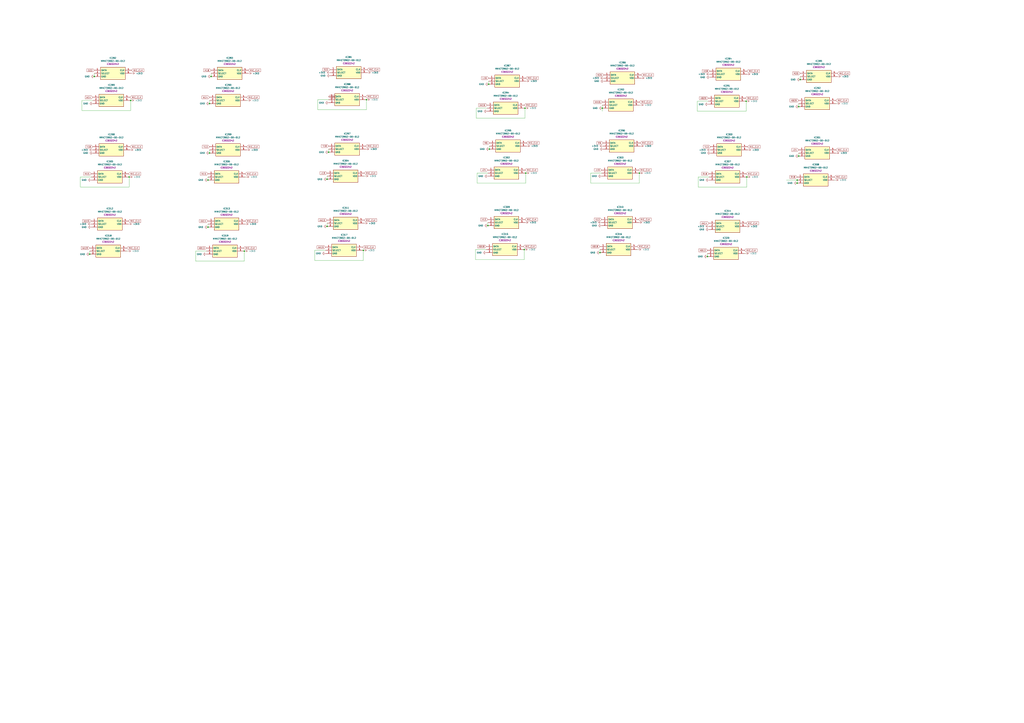
<source format=kicad_sch>
(kicad_sch (version 20231120) (generator "eeschema") (generator_version "8.0")
  (paper "A1")
  (junction (at 172.085 85.09))
  (junction (at 268.605 186.055))
  (junction (at 107.315 82.55))
  (junction (at 655.955 87.63))
  (junction (at 492.76 207.645))
  (junction (at 170.815 147.955))
  (junction (at 654.685 147.955))
  (junction (at 657.225 65.405))
  (junction (at 298.45 205.74))
  (junction (at 268.605 147.32))
  (junction (at 173.355 62.865))
  (junction (at 613.41 145.415))
  (junction (at 401.955 122.555))
  (junction (at 269.875 125.095))
  (junction (at 106.045 145.415))
  (junction (at 77.47 62.865))
  (junction (at 400.685 185.42))
  (junction (at 494.665 88.9))
  (junction (at 431.8 142.24))
  (junction (at 300.99 81.915))
  (junction (at 431.165 88.9))
  (junction (at 200.66 206.375))
  (junction (at 430.53 205.105))
  (junction (at 401.32 69.215))
  (junction (at 612.775 83.185))
  (junction (at 172.085 125.73))
  (junction (at 170.815 186.69))
  (junction (at 655.955 128.27))
  (junction (at 654.685 150.495))
  (junction (at 73.66 208.915))
  (junction (at 581.025 210.82))
  (junction (at 525.145 142.24))
  (wire (pts (xy 106.68 82.55) (xy 107.315 82.55)))
  (wire (pts (xy 401.32 66.675) (xy 401.32 69.215)))
  (wire (pts (xy 655.955 85.09) (xy 655.955 87.63)))
  (wire (pts (xy 611.505 208.28) (xy 612.14 208.28)))
  (wire (pts (xy 400.685 182.88) (xy 400.685 185.42)))
  (wire (pts (xy 106.045 145.415) (xy 106.045 153.67)))
  (wire (pts (xy 485.14 142.24) (xy 485.14 150.495)))
  (wire (pts (xy 172.085 123.19) (xy 172.085 125.73)))
  (wire (pts (xy 66.04 145.415) (xy 66.04 153.67)))
  (wire (pts (xy 401.955 120.015) (xy 401.955 122.555)))
  (wire (pts (xy 107.315 82.55) (xy 107.315 90.805)))
  (wire (pts (xy 494.03 142.24) (xy 485.14 142.24)))
  (wire (pts (xy 267.335 205.74) (xy 258.445 205.74)))
  (wire (pts (xy 391.16 97.155) (xy 431.165 97.155)))
  (wire (pts (xy 573.405 145.415) (xy 573.405 153.67)))
  (wire (pts (xy 269.875 81.915) (xy 260.985 81.915)))
  (wire (pts (xy 494.665 86.36) (xy 494.665 88.9)))
  (wire (pts (xy 268.605 144.78) (xy 268.605 147.32)))
  (wire (pts (xy 654.685 147.955) (xy 654.685 150.495)))
  (wire (pts (xy 268.605 183.515) (xy 268.605 186.055)))
  (wire (pts (xy 523.24 205.105) (xy 523.875 205.105)))
  (wire (pts (xy 201.295 145.415) (xy 201.93 145.415)))
  (wire (pts (xy 160.655 206.375) (xy 160.655 214.63)))
  (wire (pts (xy 67.31 90.805) (xy 107.315 90.805)))
  (wire (pts (xy 657.225 62.865) (xy 657.225 65.405)))
  (wire (pts (xy 297.815 205.74) (xy 298.45 205.74)))
  (wire (pts (xy 173.355 60.325) (xy 173.355 62.865)))
  (wire (pts (xy 581.025 208.28) (xy 581.025 210.82)))
  (wire (pts (xy 612.14 83.185) (xy 612.775 83.185)))
  (wire (pts (xy 200.66 206.375) (xy 200.66 214.63)))
  (wire (pts (xy 430.53 205.105) (xy 430.53 213.36)))
  (wire (pts (xy 431.165 142.24) (xy 431.8 142.24)))
  (wire (pts (xy 170.815 145.415) (xy 170.815 147.955)))
  (wire (pts (xy 260.985 81.915) (xy 260.985 90.17)))
  (wire (pts (xy 169.545 206.375) (xy 160.655 206.375)))
  (wire (pts (xy 200.025 206.375) (xy 200.66 206.375)))
  (wire (pts (xy 258.445 213.995) (xy 298.45 213.995)))
  (wire (pts (xy 685.165 147.955) (xy 685.8 147.955)))
  (wire (pts (xy 655.955 125.73) (xy 655.955 128.27)))
  (wire (pts (xy 390.525 205.105) (xy 390.525 213.36)))
  (wire (pts (xy 572.77 83.185) (xy 572.77 91.44)))
  (wire (pts (xy 67.31 82.55) (xy 67.31 90.805)))
  (wire (pts (xy 258.445 205.74) (xy 258.445 213.995)))
  (wire (pts (xy 400.685 142.24) (xy 391.795 142.24)))
  (wire (pts (xy 300.355 81.915) (xy 300.99 81.915)))
  (wire (pts (xy 74.93 145.415) (xy 66.04 145.415)))
  (wire (pts (xy 105.41 145.415) (xy 106.045 145.415)))
  (wire (pts (xy 612.775 145.415) (xy 613.41 145.415)))
  (wire (pts (xy 613.41 145.415) (xy 613.41 153.67)))
  (wire (pts (xy 298.45 205.74) (xy 298.45 213.995)))
  (wire (pts (xy 654.685 147.955) (xy 645.795 147.955)))
  (wire (pts (xy 299.085 144.78) (xy 299.72 144.78)))
  (wire (pts (xy 391.16 88.9) (xy 391.16 97.155)))
  (wire (pts (xy 429.895 205.105) (xy 430.53 205.105)))
  (wire (pts (xy 260.985 90.17) (xy 300.99 90.17)))
  (wire (pts (xy 612.775 83.185) (xy 612.775 91.44)))
  (wire (pts (xy 581.66 83.185) (xy 572.77 83.185)))
  (wire (pts (xy 300.99 81.915) (xy 300.99 90.17)))
  (wire (pts (xy 202.565 82.55) (xy 203.2 82.55)))
  (wire (pts (xy 485.14 150.495) (xy 525.145 150.495)))
  (wire (pts (xy 73.66 206.375) (xy 73.66 208.915)))
  (wire (pts (xy 160.655 214.63) (xy 200.66 214.63)))
  (wire (pts (xy 399.415 205.105) (xy 390.525 205.105)))
  (wire (pts (xy 104.14 206.375) (xy 104.775 206.375)))
  (wire (pts (xy 391.795 142.24) (xy 391.795 150.495)))
  (wire (pts (xy 391.795 150.495) (xy 431.8 150.495)))
  (wire (pts (xy 77.47 60.325) (xy 77.47 62.865)))
  (wire (pts (xy 494.665 88.9) (xy 494.665 91.44)))
  (wire (pts (xy 66.04 153.67) (xy 106.045 153.67)))
  (wire (pts (xy 390.525 213.36) (xy 430.53 213.36)))
  (wire (pts (xy 269.875 122.555) (xy 269.875 125.095)))
  (wire (pts (xy 430.53 88.9) (xy 431.165 88.9)))
  (wire (pts (xy 170.815 184.15) (xy 170.815 186.69)))
  (wire (pts (xy 431.165 88.9) (xy 431.165 97.155)))
  (wire (pts (xy 400.05 88.9) (xy 391.16 88.9)))
  (wire (pts (xy 172.085 82.55) (xy 172.085 85.09)))
  (wire (pts (xy 431.8 142.24) (xy 431.8 150.495)))
  (wire (pts (xy 573.405 153.67) (xy 613.41 153.67)))
  (wire (pts (xy 572.77 91.44) (xy 612.775 91.44)))
  (wire (pts (xy 524.51 142.24) (xy 525.145 142.24)))
  (wire (pts (xy 686.435 85.09) (xy 687.07 85.09)))
  (wire (pts (xy 492.76 205.105) (xy 492.76 207.645)))
  (wire (pts (xy 76.2 82.55) (xy 67.31 82.55)))
  (wire (pts (xy 582.295 145.415) (xy 573.405 145.415)))
  (wire (pts (xy 525.145 142.24) (xy 525.145 150.495)))
  (wire (pts (xy 525.145 86.36) (xy 525.78 86.36)))
  (global_label "AB13" (shape input) (at 169.545 203.835 180) (property "Intersheetrefs" "${INTERSHEET_REFS}" (effects (hide yes))))
  (global_label "Y18" (shape input) (at 269.875 120.015 180) (property "Intersheetrefs" "${INTERSHEET_REFS}" (effects (hide yes))))
  (global_label "J21" (shape input) (at 655.955 123.19 180) (property "Intersheetrefs" "${INTERSHEET_REFS}" (effects (hide yes))))
  (global_label "MIC_CLK" (shape input) (at 526.415 61.595 0) (property "Intersheetrefs" "${INTERSHEET_REFS}" (effects (hide yes))))
  (global_label "M15" (shape input) (at 170.815 142.875 180) (property "Intersheetrefs" "${INTERSHEET_REFS}" (effects (hide yes))))
  (global_label "MIC_CLK" (shape input) (at 524.51 139.7 0) (property "Intersheetrefs" "${INTERSHEET_REFS}" (effects (hide yes))))
  (global_label "AA16" (shape input) (at 400.05 86.36 180) (property "Intersheetrefs" "${INTERSHEET_REFS}" (effects (hide yes))))
  (global_label "MIC_CLK" (shape input) (at 299.085 142.24 0) (property "Intersheetrefs" "${INTERSHEET_REFS}" (effects (hide yes))))
  (global_label "Y18" (shape input) (at 76.2 120.65 180) (property "Intersheetrefs" "${INTERSHEET_REFS}" (effects (hide yes))))
  (global_label "J19" (shape input) (at 268.605 142.24 180) (property "Intersheetrefs" "${INTERSHEET_REFS}" (effects (hide yes))))
  (global_label "MIC_CLK" (shape input) (at 432.435 117.475 0) (property "Intersheetrefs" "${INTERSHEET_REFS}" (effects (hide yes))))
  (global_label "MIC_CLK" (shape input) (at 203.835 57.785 0) (property "Intersheetrefs" "${INTERSHEET_REFS}" (effects (hide yes))))
  (global_label "M20" (shape input) (at 657.225 60.325 180) (property "Intersheetrefs" "${INTERSHEET_REFS}" (effects (hide yes))))
  (global_label "MIC_CLK" (shape input) (at 431.165 139.7 0) (property "Intersheetrefs" "${INTERSHEET_REFS}" (effects (hide yes))))
  (global_label "R18" (shape input) (at 654.685 145.415 180) (property "Intersheetrefs" "${INTERSHEET_REFS}" (effects (hide yes))))
  (global_label "MIC_CLK" (shape input) (at 431.165 180.34 0) (property "Intersheetrefs" "${INTERSHEET_REFS}" (effects (hide yes))))
  (global_label "MIC_CLK" (shape input) (at 525.145 83.82 0) (property "Intersheetrefs" "${INTERSHEET_REFS}" (effects (hide yes))))
  (global_label "D22" (shape input) (at 271.145 57.15 180) (property "Intersheetrefs" "${INTERSHEET_REFS}" (effects (hide yes))))
  (global_label "W14" (shape input) (at 172.085 80.01 180) (property "Intersheetrefs" "${INTERSHEET_REFS}" (effects (hide yes))))
  (global_label "MIC_CLK" (shape input) (at 687.705 60.325 0) (property "Intersheetrefs" "${INTERSHEET_REFS}" (effects (hide yes))))
  (global_label "MIC_CLK" (shape input) (at 105.41 181.61 0) (property "Intersheetrefs" "${INTERSHEET_REFS}" (effects (hide yes))))
  (global_label "MIC_CLK" (shape input) (at 524.51 180.34 0) (property "Intersheetrefs" "${INTERSHEET_REFS}" (effects (hide yes))))
  (global_label "AB18" (shape input) (at 492.76 202.565 180) (property "Intersheetrefs" "${INTERSHEET_REFS}" (effects (hide yes))))
  (global_label "AA14" (shape input) (at 170.815 181.61 180) (property "Intersheetrefs" "${INTERSHEET_REFS}" (effects (hide yes))))
  (global_label "J21" (shape input) (at 400.685 139.7 180) (property "Intersheetrefs" "${INTERSHEET_REFS}" (effects (hide yes))))
  (global_label "AB20" (shape input) (at 581.66 80.645 180) (property "Intersheetrefs" "${INTERSHEET_REFS}" (effects (hide yes))))
  (global_label "AA14" (shape input) (at 582.295 183.515 180) (property "Intersheetrefs" "${INTERSHEET_REFS}" (effects (hide yes))))
  (global_label "L16" (shape input) (at 401.32 64.135 180) (property "Intersheetrefs" "${INTERSHEET_REFS}" (effects (hide yes))))
  (global_label "M15" (shape input) (at 74.93 142.875 180) (property "Intersheetrefs" "${INTERSHEET_REFS}" (effects (hide yes))))
  (global_label "M6" (shape input) (at 495.3 117.475 180) (property "Intersheetrefs" "${INTERSHEET_REFS}" (effects (hide yes))))
  (global_label "MIC_CLK" (shape input) (at 107.95 57.785 0) (property "Intersheetrefs" "${INTERSHEET_REFS}" (effects (hide yes))))
  (global_label "MIC_CLK" (shape input) (at 523.24 202.565 0) (property "Intersheetrefs" "${INTERSHEET_REFS}" (effects (hide yes))))
  (global_label "V13" (shape input) (at 494.03 180.34 180) (property "Intersheetrefs" "${INTERSHEET_REFS}" (effects (hide yes))))
  (global_label "Y13" (shape input) (at 583.565 120.65 180) (property "Intersheetrefs" "${INTERSHEET_REFS}" (effects (hide yes))))
  (global_label "AA19" (shape input) (at 267.335 203.2 180) (property "Intersheetrefs" "${INTERSHEET_REFS}" (effects (hide yes))))
  (global_label "R18" (shape input) (at 582.295 142.875 180) (property "Intersheetrefs" "${INTERSHEET_REFS}" (effects (hide yes))))
  (global_label "MIC_CLK" (shape input) (at 685.165 145.415 0) (property "Intersheetrefs" "${INTERSHEET_REFS}" (effects (hide yes))))
  (global_label "H18" (shape input) (at 582.93 58.42 180) (property "Intersheetrefs" "${INTERSHEET_REFS}" (effects (hide yes))))
  (global_label "Y13" (shape input) (at 172.085 120.65 180) (property "Intersheetrefs" "${INTERSHEET_REFS}" (effects (hide yes))))
  (global_label "M20" (shape input) (at 495.935 61.595 180) (property "Intersheetrefs" "${INTERSHEET_REFS}" (effects (hide yes))))
  (global_label "V13" (shape input) (at 400.685 180.34 180) (property "Intersheetrefs" "${INTERSHEET_REFS}" (effects (hide yes))))
  (global_label "MIC_CLK" (shape input) (at 686.435 123.19 0) (property "Intersheetrefs" "${INTERSHEET_REFS}" (effects (hide yes))))
  (global_label "AB13" (shape input) (at 581.025 205.74 180) (property "Intersheetrefs" "${INTERSHEET_REFS}" (effects (hide yes))))
  (global_label "MIC_CLK" (shape input) (at 104.14 203.835 0) (property "Intersheetrefs" "${INTERSHEET_REFS}" (effects (hide yes))))
  (global_label "AB18" (shape input) (at 399.415 202.565 180) (property "Intersheetrefs" "${INTERSHEET_REFS}" (effects (hide yes))))
  (global_label "MIC_CLK" (shape input) (at 613.41 58.42 0) (property "Intersheetrefs" "${INTERSHEET_REFS}" (effects (hide yes))))
  (global_label "MIC_CLK" (shape input) (at 297.815 203.2 0) (property "Intersheetrefs" "${INTERSHEET_REFS}" (effects (hide yes))))
  (global_label "AA16" (shape input) (at 494.665 83.82 180) (property "Intersheetrefs" "${INTERSHEET_REFS}" (effects (hide yes))))
  (global_label "MIC_CLK" (shape input) (at 200.025 203.835 0) (property "Intersheetrefs" "${INTERSHEET_REFS}" (effects (hide yes))))
  (global_label "MIC_CLK" (shape input) (at 612.14 80.645 0) (property "Intersheetrefs" "${INTERSHEET_REFS}" (effects (hide yes))))
  (global_label "MIC_CLK" (shape input) (at 202.565 120.65 0) (property "Intersheetrefs" "${INTERSHEET_REFS}" (effects (hide yes))))
  (global_label "AA15" (shape input) (at 268.605 180.975 180) (property "Intersheetrefs" "${INTERSHEET_REFS}" (effects (hide yes))))
  (global_label "MIC_CLK" (shape input) (at 300.355 120.015 0) (property "Intersheetrefs" "${INTERSHEET_REFS}" (effects (hide yes))))
  (global_label "MIC_CLK" (shape input) (at 525.78 117.475 0) (property "Intersheetrefs" "${INTERSHEET_REFS}" (effects (hide yes))))
  (global_label "AB20" (shape input) (at 655.955 82.55 180) (property "Intersheetrefs" "${INTERSHEET_REFS}" (effects (hide yes))))
  (global_label "H18" (shape input) (at 173.355 57.785 180) (property "Intersheetrefs" "${INTERSHEET_REFS}" (effects (hide yes))))
  (global_label "MIC_CLK" (shape input) (at 611.505 205.74 0) (property "Intersheetrefs" "${INTERSHEET_REFS}" (effects (hide yes))))
  (global_label "AA15" (shape input) (at 74.93 181.61 180) (property "Intersheetrefs" "${INTERSHEET_REFS}" (effects (hide yes))))
  (global_label "MIC_CLK" (shape input) (at 201.295 142.875 0) (property "Intersheetrefs" "${INTERSHEET_REFS}" (effects (hide yes))))
  (global_label "MIC_CLK" (shape input) (at 299.085 180.975 0) (property "Intersheetrefs" "${INTERSHEET_REFS}" (effects (hide yes))))
  (global_label "D22" (shape input) (at 77.47 57.785 180) (property "Intersheetrefs" "${INTERSHEET_REFS}" (effects (hide yes))))
  (global_label "MIC_CLK" (shape input) (at 301.625 57.15 0) (property "Intersheetrefs" "${INTERSHEET_REFS}" (effects (hide yes))))
  (global_label "MIC_CLK" (shape input) (at 106.68 80.01 0) (property "Intersheetrefs" "${INTERSHEET_REFS}" (effects (hide yes))))
  (global_label "L16" (shape input) (at 269.875 79.375 0) (property "Intersheetrefs" "${INTERSHEET_REFS}" (effects (hide yes))))
  (global_label "MIC_CLK" (shape input) (at 300.355 79.375 0) (property "Intersheetrefs" "${INTERSHEET_REFS}" (effects (hide yes))))
  (global_label "MIC_CLK" (shape input) (at 612.775 183.515 0) (property "Intersheetrefs" "${INTERSHEET_REFS}" (effects (hide yes))))
  (global_label "MIC_CLK" (shape input) (at 106.68 120.65 0) (property "Intersheetrefs" "${INTERSHEET_REFS}" (effects (hide yes))))
  (global_label "MIC_CLK" (shape input) (at 201.295 181.61 0) (property "Intersheetrefs" "${INTERSHEET_REFS}" (effects (hide yes))))
  (global_label "MIC_CLK" (shape input) (at 612.775 142.875 0) (property "Intersheetrefs" "${INTERSHEET_REFS}" (effects (hide yes))))
  (global_label "W14" (shape input) (at 76.2 80.01 180) (property "Intersheetrefs" "${INTERSHEET_REFS}" (effects (hide yes))))
  (global_label "MIC_CLK" (shape input) (at 202.565 80.01 0) (property "Intersheetrefs" "${INTERSHEET_REFS}" (effects (hide yes))))
  (global_label "AA19" (shape input) (at 73.66 203.835 180) (property "Intersheetrefs" "${INTERSHEET_REFS}" (effects (hide yes))))
  (global_label "MIC_CLK" (shape input) (at 105.41 142.875 0) (property "Intersheetrefs" "${INTERSHEET_REFS}" (effects (hide yes))))
  (global_label "MIC_CLK" (shape input) (at 429.895 202.565 0) (property "Intersheetrefs" "${INTERSHEET_REFS}" (effects (hide yes))))
  (global_label "MIC_CLK" (shape input) (at 431.8 64.135 0) (property "Intersheetrefs" "${INTERSHEET_REFS}" (effects (hide yes))))
  (global_label "J19" (shape input) (at 494.03 139.7 180) (property "Intersheetrefs" "${INTERSHEET_REFS}" (effects (hide yes))))
  (global_label "MIC_CLK" (shape input) (at 686.435 82.55 0) (property "Intersheetrefs" "${INTERSHEET_REFS}" (effects (hide yes))))
  (global_label "MIC_CLK" (shape input) (at 614.045 120.65 0) (property "Intersheetrefs" "${INTERSHEET_REFS}" (effects (hide yes))))
  (global_label "MIC_CLK" (shape input) (at 430.53 86.36 0) (property "Intersheetrefs" "${INTERSHEET_REFS}" (effects (hide yes))))
  (global_label "M6" (shape input) (at 401.955 117.475 180) (property "Intersheetrefs" "${INTERSHEET_REFS}" (effects (hide yes))))
  (symbol (lib_id "power:GND") (at 399.415 207.645 270) (unit 1)
    (property "Reference" "#PWR0723" (effects (hide yes)))
    (property "Value" "GND" (at 395.605 207.645 90) (effects (justify right)))
  )
  (symbol (lib_id "power:+3V3") (at 107.95 60.325 270) (unit 1)
    (property "Reference" "#PWR0651" (effects (hide yes)))
    (property "Value" "+3V3" (at 111.76 60.325 90) (effects (justify left)))
  )
  (symbol (lib_id "SamacSys_Parts:MMICT3902-00-012") (at 492.76 202.565 0) (unit 1)
    (property "Reference" "IC316" (at 508 192.405 0))
    (property "Value" "MMICT3902-00-012" (at 508 194.945 0))
    (property "Footprint" "T3902:MMICT390200012" (effects (hide yes)))
    (property "Datasheet" "http://invensense.tdk.com/wp-content/uploads/2020/05/DS-000357-T3902-v1.0.pdf" (effects (hide yes)))
    (property "Height" "1.13" (effects (hide yes)))
    (property "Mouser Part Number" "410-MMICT3902-00-012" (effects (hide yes)))
    (property "Mouser Price/Stock" "https://www.mouser.co.uk/ProductDetail/TDK-InvenSense/MMICT3902-00-012?qs=yqaQSyyJnNi1lpqXyrpxOA%3D%3D" (effects (hide yes)))
    (property "Manufacturer_Name" "TDK" (effects (hide yes)))
    (property "Manufacturer_Part_Number" "MMICT3902-00-012" (effects (hide yes)))
    (property "LCSC" "C3032242" (at 508 197.485 0))
  )
  (symbol (lib_id "power:+3V3") (at 203.835 60.325 270) (unit 1)
    (property "Reference" "#PWR0652" (effects (hide yes)))
    (property "Value" "+3V3" (at 207.645 60.325 90) (effects (justify left)))
  )
  (symbol (lib_id "SamacSys_Parts:MMICT3902-00-012") (at 269.875 79.375 0) (unit 1)
    (property "Reference" "IC288" (at 285.115 69.215 0))
    (property "Value" "MMICT3902-00-012" (at 285.115 71.755 0))
    (property "Footprint" "T3902:MMICT390200012" (effects (hide yes)))
    (property "Datasheet" "http://invensense.tdk.com/wp-content/uploads/2020/05/DS-000357-T3902-v1.0.pdf" (effects (hide yes)))
    (property "Height" "1.13" (effects (hide yes)))
    (property "Mouser Part Number" "410-MMICT3902-00-012" (effects (hide yes)))
    (property "Mouser Price/Stock" "https://www.mouser.co.uk/ProductDetail/TDK-InvenSense/MMICT3902-00-012?qs=yqaQSyyJnNi1lpqXyrpxOA%3D%3D" (effects (hide yes)))
    (property "Manufacturer_Name" "TDK" (effects (hide yes)))
    (property "Manufacturer_Part_Number" "MMICT3902-00-012" (effects (hide yes)))
    (property "LCSC" "C3032242" (at 285.115 74.295 0))
  )
  (symbol (lib_id "power:GND") (at 494.03 144.78 270) (unit 1)
    (property "Reference" "#PWR0696" (effects (hide yes)))
    (property "Value" "GND" (at 490.22 144.78 90) (effects (justify right)))
  )
  (symbol (lib_id "SamacSys_Parts:MMICT3902-00-012") (at 399.415 202.565 0) (unit 1)
    (property "Reference" "IC315" (at 414.655 192.405 0))
    (property "Value" "MMICT3902-00-012" (at 414.655 194.945 0))
    (property "Footprint" "T3902:MMICT390200012" (effects (hide yes)))
    (property "Datasheet" "http://invensense.tdk.com/wp-content/uploads/2020/05/DS-000357-T3902-v1.0.pdf" (effects (hide yes)))
    (property "Height" "1.13" (effects (hide yes)))
    (property "Mouser Part Number" "410-MMICT3902-00-012" (effects (hide yes)))
    (property "Mouser Price/Stock" "https://www.mouser.co.uk/ProductDetail/TDK-InvenSense/MMICT3902-00-012?qs=yqaQSyyJnNi1lpqXyrpxOA%3D%3D" (effects (hide yes)))
    (property "Manufacturer_Name" "TDK" (effects (hide yes)))
    (property "Manufacturer_Part_Number" "MMICT3902-00-012" (effects (hide yes)))
    (property "LCSC" "C3032242" (at 414.655 197.485 0))
  )
  (symbol (lib_id "power:GND") (at 581.66 85.725 270) (unit 1)
    (property "Reference" "#PWR0672" (effects (hide yes)))
    (property "Value" "GND" (at 577.85 85.725 90) (effects (justify right)))
  )
  (symbol (lib_id "power:GND") (at 73.66 208.915 270) (unit 1)
    (property "Reference" "#PWR0727" (effects (hide yes)))
    (property "Value" "GND" (at 69.85 208.915 90) (effects (justify right)))
  )
  (symbol (lib_id "power:GND") (at 400.685 185.42 270) (unit 1)
    (property "Reference" "#PWR0711" (effects (hide yes)))
    (property "Value" "GND" (at 396.875 185.42 90) (effects (justify right)))
  )
  (symbol (lib_id "power:+3V3") (at 524.51 182.88 270) (unit 1)
    (property "Reference" "#PWR0707" (effects (hide yes)))
    (property "Value" "+3V3" (at 528.32 182.88 90) (effects (justify left)))
  )
  (symbol (lib_id "power:GND") (at 400.685 144.78 270) (unit 1)
    (property "Reference" "#PWR0695" (effects (hide yes)))
    (property "Value" "GND" (at 396.875 144.78 90) (effects (justify right)))
  )
  (symbol (lib_id "power:+3V3") (at 523.875 205.105 270) (unit 1)
    (property "Reference" "#PWR0719" (effects (hide yes)))
    (property "Value" "+3V3" (at 527.685 205.105 90) (effects (justify left)))
  )
  (symbol (lib_id "SamacSys_Parts:MMICT3902-00-012") (at 495.935 61.595 0) (unit 1)
    (property "Reference" "IC286" (at 511.175 51.435 0))
    (property "Value" "MMICT3902-00-012" (at 511.175 53.975 0))
    (property "Footprint" "T3902:MMICT390200012" (effects (hide yes)))
    (property "Datasheet" "http://invensense.tdk.com/wp-content/uploads/2020/05/DS-000357-T3902-v1.0.pdf" (effects (hide yes)))
    (property "Height" "1.13" (effects (hide yes)))
    (property "Mouser Part Number" "410-MMICT3902-00-012" (effects (hide yes)))
    (property "Mouser Price/Stock" "https://www.mouser.co.uk/ProductDetail/TDK-InvenSense/MMICT3902-00-012?qs=yqaQSyyJnNi1lpqXyrpxOA%3D%3D" (effects (hide yes)))
    (property "Manufacturer_Name" "TDK" (effects (hide yes)))
    (property "Manufacturer_Part_Number" "MMICT3902-00-012" (effects (hide yes)))
    (property "LCSC" "C3032242" (at 511.175 56.515 0))
  )
  (symbol (lib_id "SamacSys_Parts:MMICT3902-00-012") (at 401.955 117.475 0) (unit 1)
    (property "Reference" "IC295" (at 417.195 107.315 0))
    (property "Value" "MMICT3902-00-012" (at 417.195 109.855 0))
    (property "Footprint" "T3902:MMICT390200012" (effects (hide yes)))
    (property "Datasheet" "http://invensense.tdk.com/wp-content/uploads/2020/05/DS-000357-T3902-v1.0.pdf" (effects (hide yes)))
    (property "Height" "1.13" (effects (hide yes)))
    (property "Mouser Part Number" "410-MMICT3902-00-012" (effects (hide yes)))
    (property "Mouser Price/Stock" "https://www.mouser.co.uk/ProductDetail/TDK-InvenSense/MMICT3902-00-012?qs=yqaQSyyJnNi1lpqXyrpxOA%3D%3D" (effects (hide yes)))
    (property "Manufacturer_Name" "TDK" (effects (hide yes)))
    (property "Manufacturer_Part_Number" "MMICT3902-00-012" (effects (hide yes)))
    (property "LCSC" "C3032242" (at 417.195 112.395 0))
  )
  (symbol (lib_id "power:GND") (at 495.935 66.675 270) (unit 1)
    (property "Reference" "#PWR0662" (effects (hide yes)))
    (property "Value" "GND" (at 492.125 66.675 90) (effects (justify right)))
  )
  (symbol (lib_id "power:+3V3") (at 495.3 120.015 90) (unit 1)
    (property "Reference" "#PWR0915" (effects (hide yes)))
    (property "Value" "+3V3" (at 491.236 120.015 90) (effects (justify left)))
  )
  (symbol (lib_id "SamacSys_Parts:MMICT3902-00-012") (at 74.93 181.61 0) (unit 1)
    (property "Reference" "IC312" (at 90.17 171.45 0))
    (property "Value" "MMICT3902-00-012" (at 90.17 173.99 0))
    (property "Footprint" "T3902:MMICT390200012" (effects (hide yes)))
    (property "Datasheet" "http://invensense.tdk.com/wp-content/uploads/2020/05/DS-000357-T3902-v1.0.pdf" (effects (hide yes)))
    (property "Height" "1.13" (effects (hide yes)))
    (property "Mouser Part Number" "410-MMICT3902-00-012" (effects (hide yes)))
    (property "Mouser Price/Stock" "https://www.mouser.co.uk/ProductDetail/TDK-InvenSense/MMICT3902-00-012?qs=yqaQSyyJnNi1lpqXyrpxOA%3D%3D" (effects (hide yes)))
    (property "Manufacturer_Name" "TDK" (effects (hide yes)))
    (property "Manufacturer_Part_Number" "MMICT3902-00-012" (effects (hide yes)))
    (property "LCSC" "C3032242" (at 90.17 176.53 0))
  )
  (symbol (lib_id "power:+3V3") (at 525.78 86.36 270) (unit 1)
    (property "Reference" "#PWR0673" (effects (hide yes)))
    (property "Value" "+3V3" (at 529.59 86.36 90) (effects (justify left)))
  )
  (symbol (lib_id "power:+3V3") (at 105.41 184.15 270) (unit 1)
    (property "Reference" "#PWR0709" (effects (hide yes)))
    (property "Value" "+3V3" (at 109.22 184.15 90) (effects (justify left)))
  )
  (symbol (lib_id "power:+3V3") (at 525.78 120.015 270) (unit 1)
    (property "Reference" "#PWR0679" (effects (hide yes)))
    (property "Value" "+3V3" (at 529.59 120.015 90) (effects (justify left)))
  )
  (symbol (lib_id "power:+3V3") (at 200.66 206.375 270) (unit 1)
    (property "Reference" "#PWR0722" (effects (hide yes)))
    (property "Value" "+3V3" (at 204.47 206.375 90) (effects (justify left)))
  )
  (symbol (lib_id "power:GND") (at 657.225 65.405 270) (unit 1)
    (property "Reference" "#PWR0660" (effects (hide yes)))
    (property "Value" "GND" (at 653.415 65.405 90) (effects (justify right)))
  )
  (symbol (lib_id "SamacSys_Parts:MMICT3902-00-012") (at 401.32 64.135 0) (unit 1)
    (property "Reference" "IC287" (at 416.56 53.975 0))
    (property "Value" "MMICT3902-00-012" (at 416.56 56.515 0))
    (property "Footprint" "T3902:MMICT390200012" (effects (hide yes)))
    (property "Datasheet" "http://invensense.tdk.com/wp-content/uploads/2020/05/DS-000357-T3902-v1.0.pdf" (effects (hide yes)))
    (property "Height" "1.13" (effects (hide yes)))
    (property "Mouser Part Number" "410-MMICT3902-00-012" (effects (hide yes)))
    (property "Mouser Price/Stock" "https://www.mouser.co.uk/ProductDetail/TDK-InvenSense/MMICT3902-00-012?qs=yqaQSyyJnNi1lpqXyrpxOA%3D%3D" (effects (hide yes)))
    (property "Manufacturer_Name" "TDK" (effects (hide yes)))
    (property "Manufacturer_Part_Number" "MMICT3902-00-012" (effects (hide yes)))
    (property "LCSC" "C3032242" (at 416.56 59.055 0))
  )
  (symbol (lib_id "power:GND") (at 401.955 122.555 270) (unit 1)
    (property "Reference" "#PWR0681" (effects (hide yes)))
    (property "Value" "GND" (at 398.145 122.555 90) (effects (justify right)))
  )
  (symbol (lib_id "power:GND") (at 269.875 125.095 270) (unit 1)
    (property "Reference" "#PWR0686" (effects (hide yes)))
    (property "Value" "GND" (at 266.065 125.095 90) (effects (justify right)))
  )
  (symbol (lib_id "power:GND") (at 494.03 185.42 270) (unit 1)
    (property "Reference" "#PWR0712" (effects (hide yes)))
    (property "Value" "GND" (at 490.22 185.42 90) (effects (justify right)))
  )
  (symbol (lib_id "SamacSys_Parts:MMICT3902-00-012") (at 268.605 142.24 0) (unit 1)
    (property "Reference" "IC304" (at 283.845 132.08 0))
    (property "Value" "MMICT3902-00-012" (at 283.845 134.62 0))
    (property "Footprint" "T3902:MMICT390200012" (effects (hide yes)))
    (property "Datasheet" "http://invensense.tdk.com/wp-content/uploads/2020/05/DS-000357-T3902-v1.0.pdf" (effects (hide yes)))
    (property "Height" "1.13" (effects (hide yes)))
    (property "Mouser Part Number" "410-MMICT3902-00-012" (effects (hide yes)))
    (property "Mouser Price/Stock" "https://www.mouser.co.uk/ProductDetail/TDK-InvenSense/MMICT3902-00-012?qs=yqaQSyyJnNi1lpqXyrpxOA%3D%3D" (effects (hide yes)))
    (property "Manufacturer_Name" "TDK" (effects (hide yes)))
    (property "Manufacturer_Part_Number" "MMICT3902-00-012" (effects (hide yes)))
    (property "LCSC" "C3032242" (at 283.845 137.16 0))
  )
  (symbol (lib_id "power:GND") (at 74.93 147.955 270) (unit 1)
    (property "Reference" "#PWR0701" (effects (hide yes)))
    (property "Value" "GND" (at 71.12 147.955 90) (effects (justify right)))
  )
  (symbol (lib_id "power:+3V3") (at 525.145 142.24 270) (unit 1)
    (property "Reference" "#PWR0693" (effects (hide yes)))
    (property "Value" "+3V3" (at 528.955 142.24 90) (effects (justify left)))
  )
  (symbol (lib_id "SamacSys_Parts:MMICT3902-00-012") (at 76.2 120.65 0) (unit 1)
    (property "Reference" "IC298" (at 91.44 110.49 0))
    (property "Value" "MMICT3902-00-012" (at 91.44 113.03 0))
    (property "Footprint" "T3902:MMICT390200012" (effects (hide yes)))
    (property "Datasheet" "http://invensense.tdk.com/wp-content/uploads/2020/05/DS-000357-T3902-v1.0.pdf" (effects (hide yes)))
    (property "Height" "1.13" (effects (hide yes)))
    (property "Mouser Part Number" "410-MMICT3902-00-012" (effects (hide yes)))
    (property "Mouser Price/Stock" "https://www.mouser.co.uk/ProductDetail/TDK-InvenSense/MMICT3902-00-012?qs=yqaQSyyJnNi1lpqXyrpxOA%3D%3D" (effects (hide yes)))
    (property "Manufacturer_Name" "TDK" (effects (hide yes)))
    (property "Manufacturer_Part_Number" "MMICT3902-00-012" (effects (hide yes)))
    (property "LCSC" "C3032242" (at 91.44 115.57 0))
  )
  (symbol (lib_id "power:+3V3") (at 526.415 64.135 270) (unit 1)
    (property "Reference" "#PWR0659" (effects (hide yes)))
    (property "Value" "+3V3" (at 530.225 64.135 90) (effects (justify left)))
  )
  (symbol (lib_id "power:+3V3") (at 430.53 205.105 270) (unit 1)
    (property "Reference" "#PWR0718" (effects (hide yes)))
    (property "Value" "+3V3" (at 434.34 205.105 90) (effects (justify left)))
  )
  (symbol (lib_id "SamacSys_Parts:MMICT3902-00-012") (at 582.295 142.875 0) (unit 1)
    (property "Reference" "IC307" (at 597.535 132.715 0))
    (property "Value" "MMICT3902-00-012" (at 597.535 135.255 0))
    (property "Footprint" "T3902:MMICT390200012" (effects (hide yes)))
    (property "Datasheet" "http://invensense.tdk.com/wp-content/uploads/2020/05/DS-000357-T3902-v1.0.pdf" (effects (hide yes)))
    (property "Height" "1.13" (effects (hide yes)))
    (property "Mouser Part Number" "410-MMICT3902-00-012" (effects (hide yes)))
    (property "Mouser Price/Stock" "https://www.mouser.co.uk/ProductDetail/TDK-InvenSense/MMICT3902-00-012?qs=yqaQSyyJnNi1lpqXyrpxOA%3D%3D" (effects (hide yes)))
    (property "Manufacturer_Name" "TDK" (effects (hide yes)))
    (property "Manufacturer_Part_Number" "MMICT3902-00-012" (effects (hide yes)))
    (property "LCSC" "C3032242" (at 597.535 137.795 0))
  )
  (symbol (lib_id "power:+3V3") (at 431.8 66.675 270) (unit 1)
    (property "Reference" "#PWR0661" (effects (hide yes)))
    (property "Value" "+3V3" (at 435.61 66.675 90) (effects (justify left)))
  )
  (symbol (lib_id "power:+3V3") (at 202.565 123.19 270) (unit 1)
    (property "Reference" "#PWR0684" (effects (hide yes)))
    (property "Value" "+3V3" (at 206.375 123.19 90) (effects (justify left)))
  )
  (symbol (lib_id "power:+3V3") (at 431.165 182.88 270) (unit 1)
    (property "Reference" "#PWR0706" (effects (hide yes)))
    (property "Value" "+3V3" (at 434.975 182.88 90) (effects (justify left)))
  )
  (symbol (lib_id "SamacSys_Parts:MMICT3902-00-012") (at 657.225 60.325 0) (unit 1)
    (property "Reference" "IC285" (at 672.465 50.165 0))
    (property "Value" "MMICT3902-00-012" (at 672.465 52.705 0))
    (property "Footprint" "T3902:MMICT390200012" (effects (hide yes)))
    (property "Datasheet" "http://invensense.tdk.com/wp-content/uploads/2020/05/DS-000357-T3902-v1.0.pdf" (effects (hide yes)))
    (property "Height" "1.13" (effects (hide yes)))
    (property "Mouser Part Number" "410-MMICT3902-00-012" (effects (hide yes)))
    (property "Mouser Price/Stock" "https://www.mouser.co.uk/ProductDetail/TDK-InvenSense/MMICT3902-00-012?qs=yqaQSyyJnNi1lpqXyrpxOA%3D%3D" (effects (hide yes)))
    (property "Manufacturer_Name" "TDK" (effects (hide yes)))
    (property "Manufacturer_Part_Number" "MMICT3902-00-012" (effects (hide yes)))
    (property "LCSC" "C3032242" (at 672.465 55.245 0))
  )
  (symbol (lib_id "SamacSys_Parts:MMICT3902-00-012") (at 77.47 57.785 0) (unit 1)
    (property "Reference" "IC282" (at 92.71 47.625 0))
    (property "Value" "MMICT3902-00-012" (at 92.71 50.165 0))
    (property "Footprint" "T3902:MMICT390200012" (effects (hide yes)))
    (property "Datasheet" "http://invensense.tdk.com/wp-content/uploads/2020/05/DS-000357-T3902-v1.0.pdf" (effects (hide yes)))
    (property "Height" "1.13" (effects (hide yes)))
    (property "Mouser Part Number" "410-MMICT3902-00-012" (effects (hide yes)))
    (property "Mouser Price/Stock" "https://www.mouser.co.uk/ProductDetail/TDK-InvenSense/MMICT3902-00-012?qs=yqaQSyyJnNi1lpqXyrpxOA%3D%3D" (effects (hide yes)))
    (property "Manufacturer_Name" "TDK" (effects (hide yes)))
    (property "Manufacturer_Part_Number" "MMICT3902-00-012" (effects (hide yes)))
    (property "LCSC" "C3032242" (at 92.71 52.705 0))
  )
  (symbol (lib_id "power:+3V3") (at 203.2 82.55 270) (unit 1)
    (property "Reference" "#PWR0666" (effects (hide yes)))
    (property "Value" "+3V3" (at 207.01 82.55 90) (effects (justify left)))
  )
  (symbol (lib_id "SamacSys_Parts:MMICT3902-00-012") (at 172.085 120.65 0) (unit 1)
    (property "Reference" "IC299" (at 187.325 110.49 0))
    (property "Value" "MMICT3902-00-012" (at 187.325 113.03 0))
    (property "Footprint" "T3902:MMICT390200012" (effects (hide yes)))
    (property "Datasheet" "http://invensense.tdk.com/wp-content/uploads/2020/05/DS-000357-T3902-v1.0.pdf" (effects (hide yes)))
    (property "Height" "1.13" (effects (hide yes)))
    (property "Mouser Part Number" "410-MMICT3902-00-012" (effects (hide yes)))
    (property "Mouser Price/Stock" "https://www.mouser.co.uk/ProductDetail/TDK-InvenSense/MMICT3902-00-012?qs=yqaQSyyJnNi1lpqXyrpxOA%3D%3D" (effects (hide yes)))
    (property "Manufacturer_Name" "TDK" (effects (hide yes)))
    (property "Manufacturer_Part_Number" "MMICT3902-00-012" (effects (hide yes)))
    (property "LCSC" "C3032242" (at 187.325 115.57 0))
  )
  (symbol (lib_id "power:GND") (at 582.295 188.595 270) (unit 1)
    (property "Reference" "#PWR0717" (effects (hide yes)))
    (property "Value" "GND" (at 578.485 188.595 90) (effects (justify right)))
  )
  (symbol (lib_id "power:+3V3") (at 74.93 184.15 90) (unit 1)
    (property "Reference" "#PWR0919" (effects (hide yes)))
    (property "Value" "+3V3" (at 70.866 184.15 90) (effects (justify left)))
  )
  (symbol (lib_id "power:GND") (at 170.815 186.69 270) (unit 1)
    (property "Reference" "#PWR0716" (effects (hide yes)))
    (property "Value" "GND" (at 167.005 186.69 90) (effects (justify right)))
  )
  (symbol (lib_id "power:GND") (at 654.685 150.495 270) (unit 1)
    (property "Reference" "#PWR0705" (effects (hide yes)))
    (property "Value" "GND" (at 650.875 150.495 90) (effects (justify right)))
  )
  (symbol (lib_id "power:GND") (at 268.605 147.32 270) (unit 1)
    (property "Reference" "#PWR0700" (effects (hide yes)))
    (property "Value" "GND" (at 264.795 147.32 90) (effects (justify right)))
  )
  (symbol (lib_id "power:GND") (at 172.085 125.73 270) (unit 1)
    (property "Reference" "#PWR0688" (effects (hide yes)))
    (property "Value" "GND" (at 168.275 125.73 90) (effects (justify right)))
  )
  (symbol (lib_id "power:GND") (at 172.085 85.09 270) (unit 1)
    (property "Reference" "#PWR0670" (effects (hide yes)))
    (property "Value" "GND" (at 168.275 85.09 90) (effects (justify right)))
  )
  (symbol (lib_id "power:+3V3") (at 299.72 144.78 270) (unit 1)
    (property "Reference" "#PWR0694" (effects (hide yes)))
    (property "Value" "+3V3" (at 303.53 144.78 90) (effects (justify left)))
  )
  (symbol (lib_id "SamacSys_Parts:MMICT3902-00-012") (at 74.93 142.875 0) (unit 1)
    (property "Reference" "IC305" (at 90.17 132.715 0))
    (property "Value" "MMICT3902-00-012" (at 90.17 135.255 0))
    (property "Footprint" "T3902:MMICT390200012" (effects (hide yes)))
    (property "Datasheet" "http://invensense.tdk.com/wp-content/uploads/2020/05/DS-000357-T3902-v1.0.pdf" (effects (hide yes)))
    (property "Height" "1.13" (effects (hide yes)))
    (property "Mouser Part Number" "410-MMICT3902-00-012" (effects (hide yes)))
    (property "Mouser Price/Stock" "https://www.mouser.co.uk/ProductDetail/TDK-InvenSense/MMICT3902-00-012?qs=yqaQSyyJnNi1lpqXyrpxOA%3D%3D" (effects (hide yes)))
    (property "Manufacturer_Name" "TDK" (effects (hide yes)))
    (property "Manufacturer_Part_Number" "MMICT3902-00-012" (effects (hide yes)))
    (property "LCSC" "C3032242" (at 90.17 137.795 0))
  )
  (symbol (lib_id "power:GND") (at 494.665 88.9 270) (unit 1)
    (property "Reference" "#PWR0676" (effects (hide yes)))
    (property "Value" "GND" (at 490.855 88.9 90) (effects (justify right)))
  )
  (symbol (lib_id "SamacSys_Parts:MMICT3902-00-012") (at 494.03 180.34 0) (unit 1)
    (property "Reference" "IC310" (at 509.27 170.18 0))
    (property "Value" "MMICT3902-00-012" (at 509.27 172.72 0))
    (property "Footprint" "T3902:MMICT390200012" (effects (hide yes)))
    (property "Datasheet" "http://invensense.tdk.com/wp-content/uploads/2020/05/DS-000357-T3902-v1.0.pdf" (effects (hide yes)))
    (property "Height" "1.13" (effects (hide yes)))
    (property "Mouser Part Number" "410-MMICT3902-00-012" (effects (hide yes)))
    (property "Mouser Price/Stock" "https://www.mouser.co.uk/ProductDetail/TDK-InvenSense/MMICT3902-00-012?qs=yqaQSyyJnNi1lpqXyrpxOA%3D%3D" (effects (hide yes)))
    (property "Manufacturer_Name" "TDK" (effects (hide yes)))
    (property "Manufacturer_Part_Number" "MMICT3902-00-012" (effects (hide yes)))
    (property "LCSC" "C3032242" (at 509.27 175.26 0))
  )
  (symbol (lib_id "SamacSys_Parts:MMICT3902-00-012") (at 400.05 86.36 0) (unit 1)
    (property "Reference" "IC294" (at 415.29 76.2 0))
    (property "Value" "MMICT3902-00-012" (at 415.29 78.74 0))
    (property "Footprint" "T3902:MMICT390200012" (effects (hide yes)))
    (property "Datasheet" "http://invensense.tdk.com/wp-content/uploads/2020/05/DS-000357-T3902-v1.0.pdf" (effects (hide yes)))
    (property "Height" "1.13" (effects (hide yes)))
    (property "Mouser Part Number" "410-MMICT3902-00-012" (effects (hide yes)))
    (property "Mouser Price/Stock" "https://www.mouser.co.uk/ProductDetail/TDK-InvenSense/MMICT3902-00-012?qs=yqaQSyyJnNi1lpqXyrpxOA%3D%3D" (effects (hide yes)))
    (property "Manufacturer_Name" "TDK" (effects (hide yes)))
    (property "Manufacturer_Part_Number" "MMICT3902-00-012" (effects (hide yes)))
    (property "LCSC" "C3032242" (at 415.29 81.28 0))
  )
  (symbol (lib_id "power:+3V3") (at 201.295 184.15 270) (unit 1)
    (property "Reference" "#PWR0710" (effects (hide yes)))
    (property "Value" "+3V3" (at 205.105 184.15 90) (effects (justify left)))
  )
  (symbol (lib_id "power:+3V3") (at 301.625 59.69 270) (unit 1)
    (property "Reference" "#PWR0650" (effects (hide yes)))
    (property "Value" "+3V3" (at 305.435 59.69 90) (effects (justify left)))
  )
  (symbol (lib_id "SamacSys_Parts:MMICT3902-00-012") (at 170.815 181.61 0) (unit 1)
    (property "Reference" "IC313" (at 186.055 171.45 0))
    (property "Value" "MMICT3902-00-012" (at 186.055 173.99 0))
    (property "Footprint" "T3902:MMICT390200012" (effects (hide yes)))
    (property "Datasheet" "http://invensense.tdk.com/wp-content/uploads/2020/05/DS-000357-T3902-v1.0.pdf" (effects (hide yes)))
    (property "Height" "1.13" (effects (hide yes)))
    (property "Mouser Part Number" "410-MMICT3902-00-012" (effects (hide yes)))
    (property "Mouser Price/Stock" "https://www.mouser.co.uk/ProductDetail/TDK-InvenSense/MMICT3902-00-012?qs=yqaQSyyJnNi1lpqXyrpxOA%3D%3D" (effects (hide yes)))
    (property "Manufacturer_Name" "TDK" (effects (hide yes)))
    (property "Manufacturer_Part_Number" "MMICT3902-00-012" (effects (hide yes)))
    (property "LCSC" "C3032242" (at 186.055 176.53 0))
  )
  (symbol (lib_id "SamacSys_Parts:MMICT3902-00-012") (at 494.03 139.7 0) (unit 1)
    (property "Reference" "IC303" (at 509.27 129.54 0))
    (property "Value" "MMICT3902-00-012" (at 509.27 132.08 0))
    (property "Footprint" "T3902:MMICT390200012" (effects (hide yes)))
    (property "Datasheet" "http://invensense.tdk.com/wp-content/uploads/2020/05/DS-000357-T3902-v1.0.pdf" (effects (hide yes)))
    (property "Height" "1.13" (effects (hide yes)))
    (property "Mouser Part Number" "410-MMICT3902-00-012" (effects (hide yes)))
    (property "Mouser Price/Stock" "https://www.mouser.co.uk/ProductDetail/TDK-InvenSense/MMICT3902-00-012?qs=yqaQSyyJnNi1lpqXyrpxOA%3D%3D" (effects (hide yes)))
    (property "Manufacturer_Name" "TDK" (effects (hide yes)))
    (property "Manufacturer_Part_Number" "MMICT3902-00-012" (effects (hide yes)))
    (property "LCSC" "C3032242" (at 509.27 134.62 0))
  )
  (symbol (lib_id "SamacSys_Parts:MMICT3902-00-012") (at 76.2 80.01 0) (unit 1)
    (property "Reference" "IC289" (at 91.44 69.85 0))
    (property "Value" "MMICT3902-00-012" (at 91.44 72.39 0))
    (property "Footprint" "T3902:MMICT390200012" (effects (hide yes)))
    (property "Datasheet" "http://invensense.tdk.com/wp-content/uploads/2020/05/DS-000357-T3902-v1.0.pdf" (effects (hide yes)))
    (property "Height" "1.13" (effects (hide yes)))
    (property "Mouser Part Number" "410-MMICT3902-00-012" (effects (hide yes)))
    (property "Mouser Price/Stock" "https://www.mouser.co.uk/ProductDetail/TDK-InvenSense/MMICT3902-00-012?qs=yqaQSyyJnNi1lpqXyrpxOA%3D%3D" (effects (hide yes)))
    (property "Manufacturer_Name" "TDK" (effects (hide yes)))
    (property "Manufacturer_Part_Number" "MMICT3902-00-012" (effects (hide yes)))
    (property "LCSC" "C3032242" (at 91.44 74.93 0))
  )
  (symbol (lib_id "power:+3V3") (at 613.41 60.96 270) (unit 1)
    (property "Reference" "#PWR0653" (effects (hide yes)))
    (property "Value" "+3V3" (at 617.22 60.96 90) (effects (justify left)))
  )
  (symbol (lib_id "SamacSys_Parts:MMICT3902-00-012") (at 581.66 80.645 0) (unit 1)
    (property "Reference" "IC291" (at 596.9 70.485 0))
    (property "Value" "MMICT3902-00-012" (at 596.9 73.025 0))
    (property "Footprint" "T3902:MMICT390200012" (effects (hide yes)))
    (property "Datasheet" "http://invensense.tdk.com/wp-content/uploads/2020/05/DS-000357-T3902-v1.0.pdf" (effects (hide yes)))
    (property "Height" "1.13" (effects (hide yes)))
    (property "Mouser Part Number" "410-MMICT3902-00-012" (effects (hide yes)))
    (property "Mouser Price/Stock" "https://www.mouser.co.uk/ProductDetail/TDK-InvenSense/MMICT3902-00-012?qs=yqaQSyyJnNi1lpqXyrpxOA%3D%3D" (effects (hide yes)))
    (property "Manufacturer_Name" "TDK" (effects (hide yes)))
    (property "Manufacturer_Part_Number" "MMICT3902-00-012" (effects (hide yes)))
    (property "LCSC" "C3032242" (at 596.9 75.565 0))
  )
  (symbol (lib_id "power:+3V3") (at 271.145 59.69 90) (unit 1)
    (property "Reference" "#PWR0912" (effects (hide yes)))
    (property "Value" "+3V3" (at 267.081 59.69 90) (effects (justify left)))
  )
  (symbol (lib_id "power:+3V3") (at 300.99 81.915 270) (unit 1)
    (property "Reference" "#PWR0664" (effects (hide yes)))
    (property "Value" "+3V3" (at 304.8 81.915 90) (effects (justify left)))
  )
  (symbol (lib_id "power:+3V3") (at 104.775 206.375 270) (unit 1)
    (property "Reference" "#PWR0721" (effects (hide yes)))
    (property "Value" "+3V3" (at 108.585 206.375 90) (effects (justify left)))
  )
  (symbol (lib_id "power:+3V3") (at 431.165 88.9 270) (unit 1)
    (property "Reference" "#PWR0675" (effects (hide yes)))
    (property "Value" "+3V3" (at 434.975 88.9 90) (effects (justify left)))
  )
  (symbol (lib_id "power:+3V3") (at 582.93 60.96 90) (unit 1)
    (property "Reference" "#PWR0913" (effects (hide yes)))
    (property "Value" "+3V3" (at 578.866 60.96 90) (effects (justify left)))
  )
  (symbol (lib_id "power:+3V3") (at 106.045 145.415 270) (unit 1)
    (property "Reference" "#PWR0697" (effects (hide yes)))
    (property "Value" "+3V3" (at 109.855 145.415 90) (effects (justify left)))
  )
  (symbol (lib_id "SamacSys_Parts:MMICT3902-00-012") (at 400.685 139.7 0) (unit 1)
    (property "Reference" "IC302" (at 415.925 129.54 0))
    (property "Value" "MMICT3902-00-012" (at 415.925 132.08 0))
    (property "Footprint" "T3902:MMICT390200012" (effects (hide yes)))
    (property "Datasheet" "http://invensense.tdk.com/wp-content/uploads/2020/05/DS-000357-T3902-v1.0.pdf" (effects (hide yes)))
    (property "Height" "1.13" (effects (hide yes)))
    (property "Mouser Part Number" "410-MMICT3902-00-012" (effects (hide yes)))
    (property "Mouser Price/Stock" "https://www.mouser.co.uk/ProductDetail/TDK-InvenSense/MMICT3902-00-012?qs=yqaQSyyJnNi1lpqXyrpxOA%3D%3D" (effects (hide yes)))
    (property "Manufacturer_Name" "TDK" (effects (hide yes)))
    (property "Manufacturer_Part_Number" "MMICT3902-00-012" (effects (hide yes)))
    (property "LCSC" "C3032242" (at 415.925 134.62 0))
  )
  (symbol (lib_id "power:+3V3") (at 298.45 205.74 270) (unit 1)
    (property "Reference" "#PWR0720" (effects (hide yes)))
    (property "Value" "+3V3" (at 302.26 205.74 90) (effects (justify left)))
  )
  (symbol (lib_id "power:GND") (at 271.145 62.23 270) (unit 1)
    (property "Reference" "#PWR0654" (effects (hide yes)))
    (property "Value" "GND" (at 267.335 62.23 90) (effects (justify right)))
  )
  (symbol (lib_id "power:GND") (at 655.955 128.27 270) (unit 1)
    (property "Reference" "#PWR0691" (effects (hide yes)))
    (property "Value" "GND" (at 652.145 128.27 90) (effects (justify right)))
  )
  (symbol (lib_id "SamacSys_Parts:MMICT3902-00-012") (at 170.815 142.875 0) (unit 1)
    (property "Reference" "IC306" (at 186.055 132.715 0))
    (property "Value" "MMICT3902-00-012" (at 186.055 135.255 0))
    (property "Footprint" "T3902:MMICT390200012" (effects (hide yes)))
    (property "Datasheet" "http://invensense.tdk.com/wp-content/uploads/2020/05/DS-000357-T3902-v1.0.pdf" (effects (hide yes)))
    (property "Height" "1.13" (effects (hide yes)))
    (property "Mouser Part Number" "410-MMICT3902-00-012" (effects (hide yes)))
    (property "Mouser Price/Stock" "https://www.mouser.co.uk/ProductDetail/TDK-InvenSense/MMICT3902-00-012?qs=yqaQSyyJnNi1lpqXyrpxOA%3D%3D" (effects (hide yes)))
    (property "Manufacturer_Name" "TDK" (effects (hide yes)))
    (property "Manufacturer_Part_Number" "MMICT3902-00-012" (effects (hide yes)))
    (property "LCSC" "C3032242" (at 186.055 137.795 0))
  )
  (symbol (lib_id "SamacSys_Parts:MMICT3902-00-012") (at 654.685 145.415 0) (unit 1)
    (property "Reference" "IC308" (at 669.925 135.255 0))
    (property "Value" "MMICT3902-00-012" (at 669.925 137.795 0))
    (property "Footprint" "T3902:MMICT390200012" (effects (hide yes)))
    (property "Datasheet" "http://invensense.tdk.com/wp-content/uploads/2020/05/DS-000357-T3902-v1.0.pdf" (effects (hide yes)))
    (property "Height" "1.13" (effects (hide yes)))
    (property "Mouser Part Number" "410-MMICT3902-00-012" (effects (hide yes)))
    (property "Mouser Price/Stock" "https://www.mouser.co.uk/ProductDetail/TDK-InvenSense/MMICT3902-00-012?qs=yqaQSyyJnNi1lpqXyrpxOA%3D%3D" (effects (hide yes)))
    (property "Manufacturer_Name" "TDK" (effects (hide yes)))
    (property "Manufacturer_Part_Number" "MMICT3902-00-012" (effects (hide yes)))
    (property "LCSC" "C3032242" (at 669.925 140.335 0))
  )
  (symbol (lib_id "power:GND") (at 173.355 62.865 270) (unit 1)
    (property "Reference" "#PWR0656" (effects (hide yes)))
    (property "Value" "GND" (at 169.545 62.865 90) (effects (justify right)))
  )
  (symbol (lib_id "power:+3V3") (at 431.8 142.24 270) (unit 1)
    (property "Reference" "#PWR0692" (effects (hide yes)))
    (property "Value" "+3V3" (at 435.61 142.24 90) (effects (justify left)))
  )
  (symbol (lib_id "power:+3V3") (at 432.435 120.015 270) (unit 1)
    (property "Reference" "#PWR0678" (effects (hide yes)))
    (property "Value" "+3V3" (at 436.245 120.015 90) (effects (justify left)))
  )
  (symbol (lib_id "power:GND") (at 268.605 186.055 270) (unit 1)
    (property "Reference" "#PWR0713" (effects (hide yes)))
    (property "Value" "GND" (at 264.795 186.055 90) (effects (justify right)))
  )
  (symbol (lib_id "SamacSys_Parts:MMICT3902-00-012") (at 400.685 180.34 0) (unit 1)
    (property "Reference" "IC309" (at 415.925 170.18 0))
    (property "Value" "MMICT3902-00-012" (at 415.925 172.72 0))
    (property "Footprint" "T3902:MMICT390200012" (effects (hide yes)))
    (property "Datasheet" "http://invensense.tdk.com/wp-content/uploads/2020/05/DS-000357-T3902-v1.0.pdf" (effects (hide yes)))
    (property "Height" "1.13" (effects (hide yes)))
    (property "Mouser Part Number" "410-MMICT3902-00-012" (effects (hide yes)))
    (property "Mouser Price/Stock" "https://www.mouser.co.uk/ProductDetail/TDK-InvenSense/MMICT3902-00-012?qs=yqaQSyyJnNi1lpqXyrpxOA%3D%3D" (effects (hide yes)))
    (property "Manufacturer_Name" "TDK" (effects (hide yes)))
    (property "Manufacturer_Part_Number" "MMICT3902-00-012" (effects (hide yes)))
    (property "LCSC" "C3032242" (at 415.925 175.26 0))
  )
  (symbol (lib_id "SamacSys_Parts:MMICT3902-00-012") (at 271.145 57.15 0) (unit 1)
    (property "Reference" "IC281" (at 286.385 46.99 0))
    (property "Value" "MMICT3902-00-012" (at 286.385 49.53 0))
    (property "Footprint" "T3902:MMICT390200012" (effects (hide yes)))
    (property "Datasheet" "http://invensense.tdk.com/wp-content/uploads/2020/05/DS-000357-T3902-v1.0.pdf" (effects (hide yes)))
    (property "Height" "1.13" (effects (hide yes)))
    (property "Mouser Part Number" "410-MMICT3902-00-012" (effects (hide yes)))
    (property "Mouser Price/Stock" "https://www.mouser.co.uk/ProductDetail/TDK-InvenSense/MMICT3902-00-012?qs=yqaQSyyJnNi1lpqXyrpxOA%3D%3D" (effects (hide yes)))
    (property "Manufacturer_Name" "TDK" (effects (hide yes)))
    (property "Manufacturer_Part_Number" "MMICT3902-00-012" (effects (hide yes)))
    (property "LCSC" "C3032242" (at 286.385 52.07 0))
  )
  (symbol (lib_id "power:GND") (at 655.955 87.63 270) (unit 1)
    (property "Reference" "#PWR0674" (effects (hide yes)))
    (property "Value" "GND" (at 652.145 87.63 90) (effects (justify right)))
  )
  (symbol (lib_id "power:+3V3") (at 685.8 147.955 270) (unit 1)
    (property "Reference" "#PWR0704" (effects (hide yes)))
    (property "Value" "+3V3" (at 689.61 147.955 90) (effects (justify left)))
  )
  (symbol (lib_id "power:GND") (at 582.295 147.955 270) (unit 1)
    (property "Reference" "#PWR0703" (effects (hide yes)))
    (property "Value" "GND" (at 578.485 147.955 90) (effects (justify right)))
  )
  (symbol (lib_id "SamacSys_Parts:MMICT3902-00-012") (at 172.085 80.01 0) (unit 1)
    (property "Reference" "IC290" (at 187.325 69.85 0))
    (property "Value" "MMICT3902-00-012" (at 187.325 72.39 0))
    (property "Footprint" "T3902:MMICT390200012" (effects (hide yes)))
    (property "Datasheet" "http://invensense.tdk.com/wp-content/uploads/2020/05/DS-000357-T3902-v1.0.pdf" (effects (hide yes)))
    (property "Height" "1.13" (effects (hide yes)))
    (property "Mouser Part Number" "410-MMICT3902-00-012" (effects (hide yes)))
    (property "Mouser Price/Stock" "https://www.mouser.co.uk/ProductDetail/TDK-InvenSense/MMICT3902-00-012?qs=yqaQSyyJnNi1lpqXyrpxOA%3D%3D" (effects (hide yes)))
    (property "Manufacturer_Name" "TDK" (effects (hide yes)))
    (property "Manufacturer_Part_Number" "MMICT3902-00-012" (effects (hide yes)))
    (property "LCSC" "C3032242" (at 187.325 74.93 0))
  )
  (symbol (lib_id "SamacSys_Parts:MMICT3902-00-012") (at 269.875 120.015 0) (unit 1)
    (property "Reference" "IC297" (at 285.115 109.855 0))
    (property "Value" "MMICT3902-00-012" (at 285.115 112.395 0))
    (property "Footprint" "T3902:MMICT390200012" (effects (hide yes)))
    (property "Datasheet" "http://invensense.tdk.com/wp-content/uploads/2020/05/DS-000357-T3902-v1.0.pdf" (effects (hide yes)))
    (property "Height" "1.13" (effects (hide yes)))
    (property "Mouser Part Number" "410-MMICT3902-00-012" (effects (hide yes)))
    (property "Mouser Price/Stock" "https://www.mouser.co.uk/ProductDetail/TDK-InvenSense/MMICT3902-00-012?qs=yqaQSyyJnNi1lpqXyrpxOA%3D%3D" (effects (hide yes)))
    (property "Manufacturer_Name" "TDK" (effects (hide yes)))
    (property "Manufacturer_Part_Number" "MMICT3902-00-012" (effects (hide yes)))
    (property "LCSC" "C3032242" (at 285.115 114.935 0))
  )
  (symbol (lib_id "SamacSys_Parts:MMICT3902-00-012") (at 267.335 203.2 0) (unit 1)
    (property "Reference" "IC317" (at 282.575 193.04 0))
    (property "Value" "MMICT3902-00-012" (at 282.575 195.58 0))
    (property "Footprint" "T3902:MMICT390200012" (effects (hide yes)))
    (property "Datasheet" "http://invensense.tdk.com/wp-content/uploads/2020/05/DS-000357-T3902-v1.0.pdf" (effects (hide yes)))
    (property "Height" "1.13" (effects (hide yes)))
    (property "Mouser Part Number" "410-MMICT3902-00-012" (effects (hide yes)))
    (property "Mouser Price/Stock" "https://www.mouser.co.uk/ProductDetail/TDK-InvenSense/MMICT3902-00-012?qs=yqaQSyyJnNi1lpqXyrpxOA%3D%3D" (effects (hide yes)))
    (property "Manufacturer_Name" "TDK" (effects (hide yes)))
    (property "Manufacturer_Part_Number" "MMICT3902-00-012" (effects (hide yes)))
    (property "LCSC" "C3032242" (at 282.575 198.12 0))
  )
  (symbol (lib_id "power:GND") (at 77.47 62.865 270) (unit 1)
    (property "Reference" "#PWR0655" (effects (hide yes)))
    (property "Value" "GND" (at 73.66 62.865 90) (effects (justify right)))
  )
  (symbol (lib_id "power:GND") (at 76.2 125.73 270) (unit 1)
    (property "Reference" "#PWR0687" (effects (hide yes)))
    (property "Value" "GND" (at 72.39 125.73 90) (effects (justify right)))
  )
  (symbol (lib_id "power:GND") (at 581.025 210.82 270) (unit 1)
    (property "Reference" "#PWR0729" (effects (hide yes)))
    (property "Value" "GND" (at 577.215 210.82 90) (effects (justify right)))
  )
  (symbol (lib_id "power:+3V3") (at 612.14 208.28 270) (unit 1)
    (property "Reference" "#PWR0726" (effects (hide yes)))
    (property "Value" "+3V3" (at 615.95 208.28 90) (effects (justify left)))
  )
  (symbol (lib_id "power:+3V3") (at 76.2 123.19 90) (unit 1)
    (property "Reference" "#PWR0916" (effects (hide yes)))
    (property "Value" "+3V3" (at 72.136 123.19 90) (effects (justify left)))
  )
  (symbol (lib_id "SamacSys_Parts:MMICT3902-00-012") (at 495.3 117.475 0) (unit 1)
    (property "Reference" "IC296" (at 510.54 107.315 0))
    (property "Value" "MMICT3902-00-012" (at 510.54 109.855 0))
    (property "Footprint" "T3902:MMICT390200012" (effects (hide yes)))
    (property "Datasheet" "http://invensense.tdk.com/wp-content/uploads/2020/05/DS-000357-T3902-v1.0.pdf" (effects (hide yes)))
    (property "Height" "1.13" (effects (hide yes)))
    (property "Mouser Part Number" "410-MMICT3902-00-012" (effects (hide yes)))
    (property "Mouser Price/Stock" "https://www.mouser.co.uk/ProductDetail/TDK-InvenSense/MMICT3902-00-012?qs=yqaQSyyJnNi1lpqXyrpxOA%3D%3D" (effects (hide yes)))
    (property "Manufacturer_Name" "TDK" (effects (hide yes)))
    (property "Manufacturer_Part_Number" "MMICT3902-00-012" (effects (hide yes)))
    (property "LCSC" "C3032242" (at 510.54 112.395 0))
  )
  (symbol (lib_id "power:+3V3") (at 686.435 125.73 270) (unit 1)
    (property "Reference" "#PWR0690" (effects (hide yes)))
    (property "Value" "+3V3" (at 690.245 125.73 90) (effects (justify left)))
  )
  (symbol (lib_id "SamacSys_Parts:MMICT3902-00-012") (at 173.355 57.785 0) (unit 1)
    (property "Reference" "IC283" (at 188.595 47.625 0))
    (property "Value" "MMICT3902-00-012" (at 188.595 50.165 0))
    (property "Footprint" "T3902:MMICT390200012" (effects (hide yes)))
    (property "Datasheet" "http://invensense.tdk.com/wp-content/uploads/2020/05/DS-000357-T3902-v1.0.pdf" (effects (hide yes)))
    (property "Height" "1.13" (effects (hide yes)))
    (property "Mouser Part Number" "410-MMICT3902-00-012" (effects (hide yes)))
    (property "Mouser Price/Stock" "https://www.mouser.co.uk/ProductDetail/TDK-InvenSense/MMICT3902-00-012?qs=yqaQSyyJnNi1lpqXyrpxOA%3D%3D" (effects (hide yes)))
    (property "Manufacturer_Name" "TDK" (effects (hide yes)))
    (property "Manufacturer_Part_Number" "MMICT3902-00-012" (effects (hide yes)))
    (property "LCSC" "C3032242" (at 188.595 52.705 0))
  )
  (symbol (lib_id "power:+3V3") (at 107.315 82.55 270) (unit 1)
    (property "Reference" "#PWR0665" (effects (hide yes)))
    (property "Value" "+3V3" (at 111.125 82.55 90) (effects (justify left)))
  )
  (symbol (lib_id "power:GND") (at 169.545 208.915 270) (unit 1)
    (property "Reference" "#PWR0728" (effects (hide yes)))
    (property "Value" "GND" (at 165.735 208.915 90) (effects (justify right)))
  )
  (symbol (lib_id "power:+3V3") (at 582.295 186.055 90) (unit 1)
    (property "Reference" "#PWR0920" (effects (hide yes)))
    (property "Value" "+3V3" (at 578.231 186.055 90) (effects (justify left)))
  )
  (symbol (lib_id "power:+3V3") (at 300.355 122.555 270) (unit 1)
    (property "Reference" "#PWR0680" (effects (hide yes)))
    (property "Value" "+3V3" (at 304.165 122.555 90) (effects (justify left)))
  )
  (symbol (lib_id "power:+3V3") (at 106.68 123.19 270) (unit 1)
    (property "Reference" "#PWR0683" (effects (hide yes)))
    (property "Value" "+3V3" (at 110.49 123.19 90) (effects (justify left)))
  )
  (symbol (lib_id "power:GND") (at 74.93 186.69 270) (unit 1)
    (property "Reference" "#PWR0715" (effects (hide yes)))
    (property "Value" "GND" (at 71.12 186.69 90) (effects (justify right)))
  )
  (symbol (lib_id "SamacSys_Parts:MMICT3902-00-012") (at 581.025 205.74 0) (unit 1)
    (property "Reference" "IC320" (at 596.265 195.58 0))
    (property "Value" "MMICT3902-00-012" (at 596.265 198.12 0))
    (property "Footprint" "T3902:MMICT390200012" (effects (hide yes)))
    (property "Datasheet" "http://invensense.tdk.com/wp-content/uploads/2020/05/DS-000357-T3902-v1.0.pdf" (effects (hide yes)))
    (property "Height" "1.13" (effects (hide yes)))
    (property "Mouser Part Number" "410-MMICT3902-00-012" (effects (hide yes)))
    (property "Mouser Price/Stock" "https://www.mouser.co.uk/ProductDetail/TDK-InvenSense/MMICT3902-00-012?qs=yqaQSyyJnNi1lpqXyrpxOA%3D%3D" (effects (hide yes)))
    (property "Manufacturer_Name" "TDK" (effects (hide yes)))
    (property "Manufacturer_Part_Number" "MMICT3902-00-012" (effects (hide yes)))
    (property "LCSC" "C3032242" (at 596.265 200.66 0))
  )
  (symbol (lib_id "power:+3V3") (at 613.41 145.415 270) (unit 1)
    (property "Reference" "#PWR0699" (effects (hide yes)))
    (property "Value" "+3V3" (at 617.22 145.415 90) (effects (justify left)))
  )
  (symbol (lib_id "power:+3V3") (at 612.775 186.055 270) (unit 1)
    (property "Reference" "#PWR0714" (effects (hide yes)))
    (property "Value" "+3V3" (at 616.585 186.055 90) (effects (justify left)))
  )
  (symbol (lib_id "power:GND") (at 269.875 84.455 270) (unit 1)
    (property "Reference" "#PWR0668" (effects (hide yes)))
    (property "Value" "GND" (at 266.065 84.455 90) (effects (justify right)))
  )
  (symbol (lib_id "SamacSys_Parts:MMICT3902-00-012") (at 582.295 183.515 0) (unit 1)
    (property "Reference" "IC314" (at 597.535 173.355 0))
    (property "Value" "MMICT3902-00-012" (at 597.535 175.895 0))
    (property "Footprint" "T3902:MMICT390200012" (effects (hide yes)))
    (property "Datasheet" "http://invensense.tdk.com/wp-content/uploads/2020/05/DS-000357-T3902-v1.0.pdf" (effects (hide yes)))
    (property "Height" "1.13" (effects (hide yes)))
    (property "Mouser Part Number" "410-MMICT3902-00-012" (effects (hide yes)))
    (property "Mouser Price/Stock" "https://www.mouser.co.uk/ProductDetail/TDK-InvenSense/MMICT3902-00-012?qs=yqaQSyyJnNi1lpqXyrpxOA%3D%3D" (effects (hide yes)))
    (property "Manufacturer_Name" "TDK" (effects (hide yes)))
    (property "Manufacturer_Part_Number" "MMICT3902-00-012" (effects (hide yes)))
    (property "LCSC" "C3032242" (at 597.535 178.435 0))
  )
  (symbol (lib_id "power:GND") (at 492.76 207.645 270) (unit 1)
    (property "Reference" "#PWR0724" (effects (hide yes)))
    (property "Value" "GND" (at 488.95 207.645 90) (effects (justify right)))
  )
  (symbol (lib_id "power:+3V3") (at 583.565 123.19 90) (unit 1)
    (property "Reference" "#PWR0917" (effects (hide yes)))
    (property "Value" "+3V3" (at 579.501 123.19 90) (effects (justify left)))
  )
  (symbol (lib_id "power:GND") (at 76.2 85.09 270) (unit 1)
    (property "Reference" "#PWR0669" (effects (hide yes)))
    (property "Value" "GND" (at 72.39 85.09 90) (effects (justify right)))
  )
  (symbol (lib_id "power:GND") (at 267.335 208.28 270) (unit 1)
    (property "Reference" "#PWR0725" (effects (hide yes)))
    (property "Value" "GND" (at 263.525 208.28 90) (effects (justify right)))
  )
  (symbol (lib_id "SamacSys_Parts:MMICT3902-00-012") (at 73.66 203.835 0) (unit 1)
    (property "Reference" "IC318" (at 88.9 193.675 0))
    (property "Value" "MMICT3902-00-012" (at 88.9 196.215 0))
    (property "Footprint" "T3902:MMICT390200012" (effects (hide yes)))
    (property "Datasheet" "http://invensense.tdk.com/wp-content/uploads/2020/05/DS-000357-T3902-v1.0.pdf" (effects (hide yes)))
    (property "Height" "1.13" (effects (hide yes)))
    (property "Mouser Part Number" "410-MMICT3902-00-012" (effects (hide yes)))
    (property "Mouser Price/Stock" "https://www.mouser.co.uk/ProductDetail/TDK-InvenSense/MMICT3902-00-012?qs=yqaQSyyJnNi1lpqXyrpxOA%3D%3D" (effects (hide yes)))
    (property "Manufacturer_Name" "TDK" (effects (hide yes)))
    (property "Manufacturer_Part_Number" "MMICT3902-00-012" (effects (hide yes)))
    (property "LCSC" "C3032242" (at 88.9 198.755 0))
  )
  (symbol (lib_id "power:+3V3") (at 201.93 145.415 270) (unit 1)
    (property "Reference" "#PWR0698" (effects (hide yes)))
    (property "Value" "+3V3" (at 205.74 145.415 90) (effects (justify left)))
  )
  (symbol (lib_id "power:GND") (at 401.32 69.215 270) (unit 1)
    (property "Reference" "#PWR0663" (effects (hide yes)))
    (property "Value" "GND" (at 397.51 69.215 90) (effects (justify right)))
  )
  (symbol (lib_id "power:GND") (at 495.3 122.555 270) (unit 1)
    (property "Reference" "#PWR0682" (effects (hide yes)))
    (property "Value" "GND" (at 491.49 122.555 90) (effects (justify right)))
  )
  (symbol (lib_id "power:+3V3") (at 687.705 62.865 270) (unit 1)
    (property "Reference" "#PWR0657" (effects (hide yes)))
    (property "Value" "+3V3" (at 691.515 62.865 90) (effects (justify left)))
  )
  (symbol (lib_id "SamacSys_Parts:MMICT3902-00-012") (at 169.545 203.835 0) (unit 1)
    (property "Reference" "IC319" (at 184.785 193.675 0))
    (property "Value" "MMICT3902-00-012" (at 184.785 196.215 0))
    (property "Footprint" "T3902:MMICT390200012" (effects (hide yes)))
    (property "Datasheet" "http://invensense.tdk.com/wp-content/uploads/2020/05/DS-000357-T3902-v1.0.pdf" (effects (hide yes)))
    (property "Height" "1.13" (effects (hide yes)))
    (property "Mouser Part Number" "410-MMICT3902-00-012" (effects (hide yes)))
    (property "Mouser Price/Stock" "https://www.mouser.co.uk/ProductDetail/TDK-InvenSense/MMICT3902-00-012?qs=yqaQSyyJnNi1lpqXyrpxOA%3D%3D" (effects (hide yes)))
    (property "Manufacturer_Name" "TDK" (effects (hide yes)))
    (property "Manufacturer_Part_Number" "MMICT3902-00-012" (effects (hide yes)))
    (property "LCSC" "C3032242" (at 184.785 198.755 0))
  )
  (symbol (lib_id "power:GND") (at 400.05 91.44 270) (unit 1)
    (property "Reference" "#PWR0677" (effects (hide yes)))
    (property "Value" "GND" (at 396.24 91.44 90) (effects (justify right)))
  )
  (symbol (lib_id "SamacSys_Parts:MMICT3902-00-012") (at 582.93 58.42 0) (unit 1)
    (property "Reference" "IC284" (at 598.17 48.26 0))
    (property "Value" "MMICT3902-00-012" (at 598.17 50.8 0))
    (property "Footprint" "T3902:MMICT390200012" (effects (hide yes)))
    (property "Datasheet" "http://invensense.tdk.com/wp-content/uploads/2020/05/DS-000357-T3902-v1.0.pdf" (effects (hide yes)))
    (property "Height" "1.13" (effects (hide yes)))
    (property "Mouser Part Number" "410-MMICT3902-00-012" (effects (hide yes)))
    (property "Mouser Price/Stock" "https://www.mouser.co.uk/ProductDetail/TDK-InvenSense/MMICT3902-00-012?qs=yqaQSyyJnNi1lpqXyrpxOA%3D%3D" (effects (hide yes)))
    (property "Manufacturer_Name" "TDK" (effects (hide yes)))
    (property "Manufacturer_Part_Number" "MMICT3902-00-012" (effects (hide yes)))
    (property "LCSC" "C3032242" (at 598.17 53.34 0))
  )
  (symbol (lib_id "power:GND") (at 583.565 125.73 270) (unit 1)
    (property "Reference" "#PWR0689" (effects (hide yes)))
    (property "Value" "GND" (at 579.755 125.73 90) (effects (justify right)))
  )
  (symbol (lib_id "SamacSys_Parts:MMICT3902-00-012") (at 655.955 82.55 0) (unit 1)
    (property "Reference" "IC292" (at 671.195 72.39 0))
    (property "Value" "MMICT3902-00-012" (at 671.195 74.93 0))
    (property "Footprint" "T3902:MMICT390200012" (effects (hide yes)))
    (property "Datasheet" "http://invensense.tdk.com/wp-content/uploads/2020/05/DS-000357-T3902-v1.0.pdf" (effects (hide yes)))
    (property "Height" "1.13" (effects (hide yes)))
    (property "Mouser Part Number" "410-MMICT3902-00-012" (effects (hide yes)))
    (property "Mouser Price/Stock" "https://www.mouser.co.uk/ProductDetail/TDK-InvenSense/MMICT3902-00-012?qs=yqaQSyyJnNi1lpqXyrpxOA%3D%3D" (effects (hide yes)))
    (property "Manufacturer_Name" "TDK" (effects (hide yes)))
    (property "Manufacturer_Part_Number" "MMICT3902-00-012" (effects (hide yes)))
    (property "LCSC" "C3032242" (at 671.195 77.47 0))
  )
  (symbol (lib_id "power:GND") (at 582.93 63.5 270) (unit 1)
    (property "Reference" "#PWR0658" (effects (hide yes)))
    (property "Value" "GND" (at 579.12 63.5 90) (effects (justify right)))
  )
  (symbol (lib_id "power:+3V3") (at 299.085 183.515 270) (unit 1)
    (property "Reference" "#PWR0708" (effects (hide yes)))
    (property "Value" "+3V3" (at 302.895 183.515 90) (effects (justify left)))
  )
  (symbol (lib_id "SamacSys_Parts:MMICT3902-00-012") (at 494.665 83.82 0) (unit 1)
    (property "Reference" "IC293" (at 509.905 73.66 0))
    (property "Value" "MMICT3902-00-012" (at 509.905 76.2 0))
    (property "Footprint" "T3902:MMICT390200012" (effects (hide yes)))
    (property "Datasheet" "http://invensense.tdk.com/wp-content/uploads/2020/05/DS-000357-T3902-v1.0.pdf" (effects (hide yes)))
    (property "Height" "1.13" (effects (hide yes)))
    (property "Mouser Part Number" "410-MMICT3902-00-012" (effects (hide yes)))
    (property "Mouser Price/Stock" "https://www.mouser.co.uk/ProductDetail/TDK-InvenSense/MMICT3902-00-012?qs=yqaQSyyJnNi1lpqXyrpxOA%3D%3D" (effects (hide yes)))
    (property "Manufacturer_Name" "TDK" (effects (hide yes)))
    (property "Manufacturer_Part_Number" "MMICT3902-00-012" (effects (hide yes)))
    (property "LCSC" "C3032242" (at 509.905 78.74 0))
  )
  (symbol (lib_id "power:+3V3") (at 494.03 182.88 90) (unit 1)
    (property "Reference" "#PWR0918" (effects (hide yes)))
    (property "Value" "+3V3" (at 489.966 182.88 90) (effects (justify left)))
  )
  (symbol (lib_id "SamacSys_Parts:MMICT3902-00-012") (at 268.605 180.975 0) (unit 1)
    (property "Reference" "IC311" (at 283.845 170.815 0))
    (property "Value" "MMICT3902-00-012" (at 283.845 173.355 0))
    (property "Footprint" "T3902:MMICT390200012" (effects (hide yes)))
    (property "Datasheet" "http://invensense.tdk.com/wp-content/uploads/2020/05/DS-000357-T3902-v1.0.pdf" (effects (hide yes)))
    (property "Height" "1.13" (effects (hide yes)))
    (property "Mouser Part Number" "410-MMICT3902-00-012" (effects (hide yes)))
    (property "Mouser Price/Stock" "https://www.mouser.co.uk/ProductDetail/TDK-InvenSense/MMICT3902-00-012?qs=yqaQSyyJnNi1lpqXyrpxOA%3D%3D" (effects (hide yes)))
    (property "Manufacturer_Name" "TDK" (effects (hide yes)))
    (property "Manufacturer_Part_Number" "MMICT3902-00-012" (effects (hide yes)))
    (property "LCSC" "C3032242" (at 283.845 175.895 0))
  )
  (symbol (lib_id "SamacSys_Parts:MMICT3902-00-012") (at 583.565 120.65 0) (unit 1)
    (property "Reference" "IC300" (at 598.805 110.49 0))
    (property "Value" "MMICT3902-00-012" (at 598.805 113.03 0))
    (property "Footprint" "T3902:MMICT390200012" (effects (hide yes)))
    (property "Datasheet" "http://invensense.tdk.com/wp-content/uploads/2020/05/DS-000357-T3902-v1.0.pdf" (effects (hide yes)))
    (property "Height" "1.13" (effects (hide yes)))
    (property "Mouser Part Number" "410-MMICT3902-00-012" (effects (hide yes)))
    (property "Mouser Price/Stock" "https://www.mouser.co.uk/ProductDetail/TDK-InvenSense/MMICT3902-00-012?qs=yqaQSyyJnNi1lpqXyrpxOA%3D%3D" (effects (hide yes)))
    (property "Manufacturer_Name" "TDK" (effects (hide yes)))
    (property "Manufacturer_Part_Number" "MMICT3902-00-012" (effects (hide yes)))
    (property "LCSC" "C3032242" (at 598.805 115.57 0))
  )
  (symbol (lib_id "power:+3V3") (at 687.07 85.09 270) (unit 1)
    (property "Reference" "#PWR0671" (effects (hide yes)))
    (property "Value" "+3V3" (at 690.88 85.09 90) (effects (justify left)))
  )
  (symbol (lib_id "power:+3V3") (at 495.935 64.135 90) (unit 1)
    (property "Reference" "#PWR0914" (effects (hide yes)))
    (property "Value" "+3V3" (at 491.871 64.135 90) (effects (justify left)))
  )
  (symbol (lib_id "power:+3V3") (at 614.045 123.19 270) (unit 1)
    (property "Reference" "#PWR0685" (effects (hide yes)))
    (property "Value" "+3V3" (at 617.855 123.19 90) (effects (justify left)))
  )
  (symbol (lib_id "SamacSys_Parts:MMICT3902-00-012") (at 655.955 123.19 0) (unit 1)
    (property "Reference" "IC301" (at 671.195 113.03 0))
    (property "Value" "MMICT3902-00-012" (at 671.195 115.57 0))
    (property "Footprint" "T3902:MMICT390200012" (effects (hide yes)))
    (property "Datasheet" "http://invensense.tdk.com/wp-content/uploads/2020/05/DS-000357-T3902-v1.0.pdf" (effects (hide yes)))
    (property "Height" "1.13" (effects (hide yes)))
    (property "Mouser Part Number" "410-MMICT3902-00-012" (effects (hide yes)))
    (property "Mouser Price/Stock" "https://www.mouser.co.uk/ProductDetail/TDK-InvenSense/MMICT3902-00-012?qs=yqaQSyyJnNi1lpqXyrpxOA%3D%3D" (effects (hide yes)))
    (property "Manufacturer_Name" "TDK" (effects (hide yes)))
    (property "Manufacturer_Part_Number" "MMICT3902-00-012" (effects (hide yes)))
    (property "LCSC" "C3032242" (at 671.195 118.11 0))
  )
  (symbol (lib_id "power:GND") (at 170.815 147.955 270) (unit 1)
    (property "Reference" "#PWR0702" (effects (hide yes)))
    (property "Value" "GND" (at 167.005 147.955 90) (effects (justify right)))
  )
  (symbol (lib_id "power:+3V3") (at 612.775 83.185 270) (unit 1)
    (property "Reference" "#PWR0667" (effects (hide yes)))
    (property "Value" "+3V3" (at 616.585 83.185 90) (effects (justify left)))
  )
)
</source>
